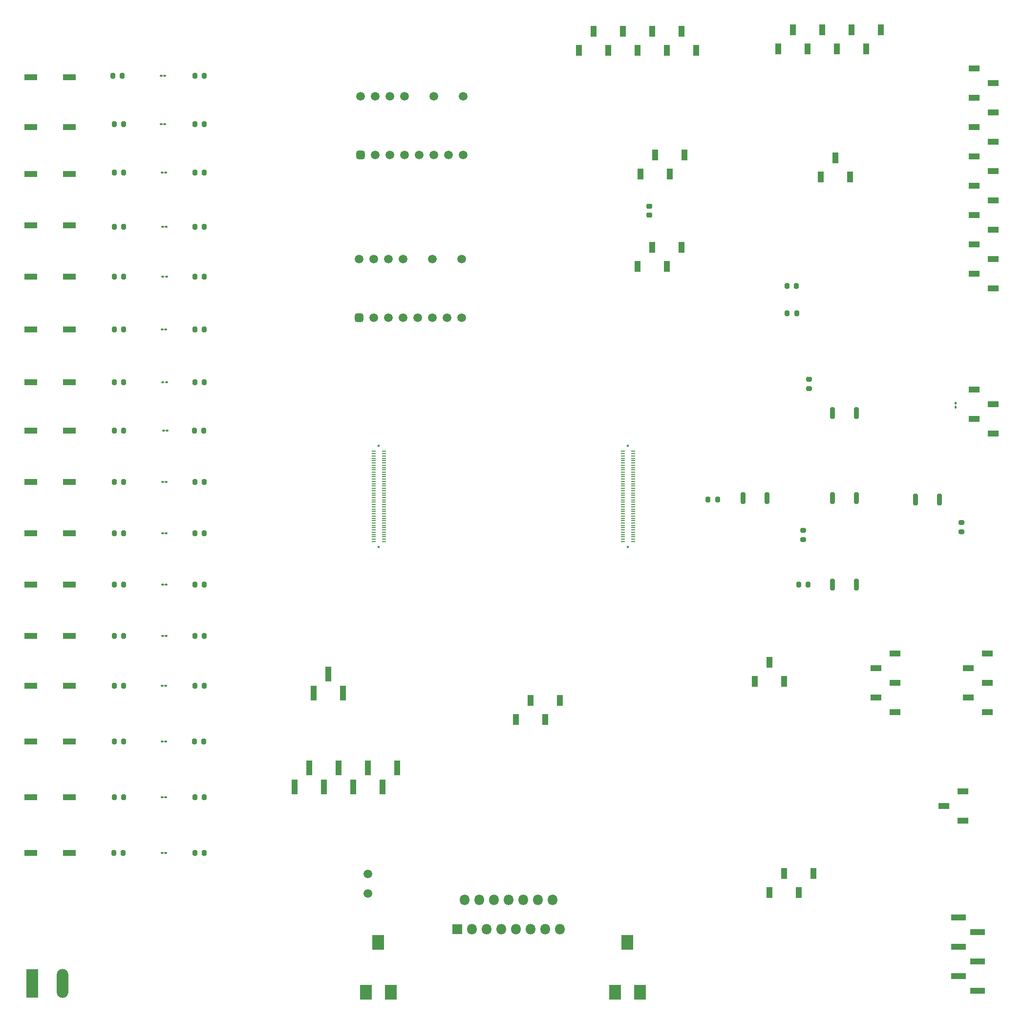
<source format=gbr>
%TF.GenerationSoftware,KiCad,Pcbnew,8.0.2*%
%TF.CreationDate,2025-02-12T15:49:00+05:00*%
%TF.ProjectId,kicad_pcb,6b696361-645f-4706-9362-2e6b69636164,rev?*%
%TF.SameCoordinates,Original*%
%TF.FileFunction,Soldermask,Top*%
%TF.FilePolarity,Negative*%
%FSLAX46Y46*%
G04 Gerber Fmt 4.6, Leading zero omitted, Abs format (unit mm)*
G04 Created by KiCad (PCBNEW 8.0.2) date 2025-02-12 15:49:00*
%MOMM*%
%LPD*%
G01*
G04 APERTURE LIST*
G04 Aperture macros list*
%AMRoundRect*
0 Rectangle with rounded corners*
0 $1 Rounding radius*
0 $2 $3 $4 $5 $6 $7 $8 $9 X,Y pos of 4 corners*
0 Add a 4 corners polygon primitive as box body*
4,1,4,$2,$3,$4,$5,$6,$7,$8,$9,$2,$3,0*
0 Add four circle primitives for the rounded corners*
1,1,$1+$1,$2,$3*
1,1,$1+$1,$4,$5*
1,1,$1+$1,$6,$7*
1,1,$1+$1,$8,$9*
0 Add four rect primitives between the rounded corners*
20,1,$1+$1,$2,$3,$4,$5,0*
20,1,$1+$1,$4,$5,$6,$7,0*
20,1,$1+$1,$6,$7,$8,$9,0*
20,1,$1+$1,$8,$9,$2,$3,0*%
G04 Aperture macros list end*
%ADD10RoundRect,0.200000X-0.200000X-0.275000X0.200000X-0.275000X0.200000X0.275000X-0.200000X0.275000X0*%
%ADD11R,1.000000X1.900000*%
%ADD12RoundRect,0.100000X-0.130000X-0.100000X0.130000X-0.100000X0.130000X0.100000X-0.130000X0.100000X0*%
%ADD13R,2.160000X1.120000*%
%ADD14RoundRect,0.200000X-0.200000X-0.800000X0.200000X-0.800000X0.200000X0.800000X-0.200000X0.800000X0*%
%ADD15RoundRect,0.200000X0.200000X0.275000X-0.200000X0.275000X-0.200000X-0.275000X0.200000X-0.275000X0*%
%ADD16C,1.500000*%
%ADD17RoundRect,0.200000X0.275000X-0.200000X0.275000X0.200000X-0.275000X0.200000X-0.275000X-0.200000X0*%
%ADD18R,2.000000X2.500000*%
%ADD19R,1.900000X1.000000*%
%ADD20RoundRect,0.200000X-0.275000X0.200000X-0.275000X-0.200000X0.275000X-0.200000X0.275000X0.200000X0*%
%ADD21RoundRect,0.100000X-0.100000X0.130000X-0.100000X-0.130000X0.100000X-0.130000X0.100000X0.130000X0*%
%ADD22RoundRect,0.375000X0.375000X-0.375000X0.375000X0.375000X-0.375000X0.375000X-0.375000X-0.375000X0*%
%ADD23R,1.800000X1.800000*%
%ADD24O,1.800000X1.800000*%
%ADD25R,0.660000X0.220000*%
%ADD26R,0.440000X0.350000*%
%ADD27R,1.000000X2.510000*%
%ADD28RoundRect,0.225000X-0.250000X0.225000X-0.250000X-0.225000X0.250000X-0.225000X0.250000X0.225000X0*%
%ADD29R,2.020000X5.020000*%
%ADD30O,2.020000X5.020000*%
%ADD31R,2.510000X1.000000*%
G04 APERTURE END LIST*
D10*
%TO.C,R46*%
X93663000Y-124206000D03*
X95313000Y-124206000D03*
%TD*%
%TO.C,R35*%
X93663000Y-43942000D03*
X95313000Y-43942000D03*
%TD*%
D11*
%TO.C,RFID1*%
X194818000Y-22478000D03*
X197358000Y-19178000D03*
X199898000Y-22478000D03*
X202438000Y-19178000D03*
X204978000Y-22478000D03*
X207518000Y-19178000D03*
X210058000Y-22478000D03*
X212598000Y-19178000D03*
%TD*%
%TO.C,PIEZO_VIBRATION_SENSOR1*%
X202184000Y-44704000D03*
X204724000Y-41404000D03*
X207264000Y-44704000D03*
%TD*%
D12*
%TO.C,LED_15*%
X87981000Y-152146000D03*
X88621000Y-152146000D03*
%TD*%
D13*
%TO.C,SW16*%
X65215000Y-161798000D03*
X71945000Y-161798000D03*
%TD*%
D14*
%TO.C,PUSH_BTN_5*%
X204148000Y-100330000D03*
X208348000Y-100330000D03*
%TD*%
D10*
%TO.C,R12*%
X196342000Y-68326000D03*
X197992000Y-68326000D03*
%TD*%
D12*
%TO.C,LED_5*%
X88138000Y-61976000D03*
X88778000Y-61976000D03*
%TD*%
D13*
%TO.C,SW13*%
X65215000Y-132842000D03*
X71945000Y-132842000D03*
%TD*%
D15*
%TO.C,R18*%
X81343000Y-80264000D03*
X79693000Y-80264000D03*
%TD*%
%TO.C,R26*%
X81343000Y-152146000D03*
X79693000Y-152146000D03*
%TD*%
D11*
%TO.C,ESP8266_BOT1*%
X178562000Y-40894000D03*
X176022000Y-44194000D03*
X173482000Y-40894000D03*
X170942000Y-44194000D03*
%TD*%
D16*
%TO.C,R36*%
X123698000Y-165432000D03*
X123698000Y-168832000D03*
%TD*%
D11*
%TO.C,LORA_USED_PINS1*%
X160274000Y-22732000D03*
X162814000Y-19432000D03*
X165354000Y-22732000D03*
X167894000Y-19432000D03*
X170434000Y-22732000D03*
X172974000Y-19432000D03*
X175514000Y-22732000D03*
X178054000Y-19432000D03*
X180594000Y-22732000D03*
%TD*%
D15*
%TO.C,R16*%
X81343000Y-61976000D03*
X79693000Y-61976000D03*
%TD*%
%TO.C,R17*%
X81343000Y-71120000D03*
X79693000Y-71120000D03*
%TD*%
D13*
%TO.C,SW6*%
X65215000Y-71120000D03*
X71945000Y-71120000D03*
%TD*%
D17*
%TO.C,R30*%
X200152000Y-81343000D03*
X200152000Y-79693000D03*
%TD*%
D14*
%TO.C,PUSH_BTN_3*%
X204148000Y-85598000D03*
X208348000Y-85598000D03*
%TD*%
D12*
%TO.C,LED_12*%
X88072000Y-124206000D03*
X88712000Y-124206000D03*
%TD*%
D11*
%TO.C,PIR_MOTION_SENSOR1*%
X190754000Y-132080000D03*
X193294000Y-128780000D03*
X195834000Y-132080000D03*
%TD*%
D14*
%TO.C,PUSH_BTN_4*%
X204148000Y-115316000D03*
X208348000Y-115316000D03*
%TD*%
D18*
%TO.C,POT2*%
X170806000Y-185935000D03*
X168656000Y-177285000D03*
X166506000Y-185935000D03*
%TD*%
D12*
%TO.C,LED_9*%
X88072000Y-97536000D03*
X88712000Y-97536000D03*
%TD*%
D14*
%TO.C,PUSH_BTN_2*%
X218558000Y-100584000D03*
X222758000Y-100584000D03*
%TD*%
D19*
%TO.C,COLOR_SENSOR_DATA1*%
X215010000Y-137414000D03*
X211710000Y-134874000D03*
X215010000Y-132334000D03*
X211710000Y-129794000D03*
X215010000Y-127254000D03*
%TD*%
D13*
%TO.C,SW2*%
X65215000Y-36068000D03*
X71945000Y-36068000D03*
%TD*%
D15*
%TO.C,R22*%
X81343000Y-115316000D03*
X79693000Y-115316000D03*
%TD*%
D10*
%TO.C,R39*%
X93663000Y-61976000D03*
X95313000Y-61976000D03*
%TD*%
D20*
%TO.C,R32*%
X199136000Y-105855000D03*
X199136000Y-107505000D03*
%TD*%
D10*
%TO.C,R33*%
X93663000Y-27178000D03*
X95313000Y-27178000D03*
%TD*%
D21*
%TO.C,R37*%
X225552000Y-83917000D03*
X225552000Y-84557000D03*
%TD*%
D19*
%TO.C,BUZZER1*%
X226822000Y-156210000D03*
X223522000Y-153670000D03*
X226822000Y-151130000D03*
%TD*%
D10*
%TO.C,R50*%
X93663000Y-161798000D03*
X95313000Y-161798000D03*
%TD*%
D22*
%TO.C,7_SEG1*%
X122428000Y-40861500D03*
D16*
X124968000Y-40861500D03*
X127508000Y-40861500D03*
X130048000Y-40861500D03*
X132588000Y-40861500D03*
X135128000Y-40861500D03*
X137668000Y-40861500D03*
X140208000Y-40861500D03*
X140208000Y-30701500D03*
X135128000Y-30701500D03*
X130048000Y-30701500D03*
X127508000Y-30701500D03*
X124968000Y-30701500D03*
X122428000Y-30701500D03*
%TD*%
D10*
%TO.C,R14*%
X196299000Y-63605000D03*
X197949000Y-63605000D03*
%TD*%
D23*
%TO.C,U1*%
X139187000Y-175023000D03*
D24*
X140457000Y-169943000D03*
X141727000Y-175023000D03*
X142997000Y-169943000D03*
X144267000Y-175023000D03*
X145537000Y-169943000D03*
X146807000Y-175023000D03*
X148077000Y-169943000D03*
X149347000Y-175023000D03*
X150617000Y-169943000D03*
X151887000Y-175023000D03*
X153157000Y-169943000D03*
X154427000Y-175023000D03*
X155697000Y-169943000D03*
X156967000Y-175023000D03*
%TD*%
D25*
%TO.C,X_conns1*%
X124714000Y-92222000D03*
X126424000Y-92222000D03*
X124714000Y-92622000D03*
X126424000Y-92622000D03*
X124714000Y-93022000D03*
X126424000Y-93022000D03*
X124714000Y-93422000D03*
X126424000Y-93422000D03*
X124714000Y-93822000D03*
X126424000Y-93822000D03*
X124714000Y-94222000D03*
X126424000Y-94222000D03*
X124714000Y-94622000D03*
X126424000Y-94622000D03*
X124714000Y-95022000D03*
X126424000Y-95022000D03*
X124714000Y-95422000D03*
X126424000Y-95422000D03*
X124714000Y-95822000D03*
X126424000Y-95822000D03*
X124714000Y-96222000D03*
X126424000Y-96222000D03*
X124714000Y-96622000D03*
X126424000Y-96622000D03*
X124714000Y-97022000D03*
X126424000Y-97022000D03*
X124714000Y-97422000D03*
X126424000Y-97422000D03*
X124714000Y-97822000D03*
X126424000Y-97822000D03*
X124714000Y-98222000D03*
X126424000Y-98222000D03*
X124714000Y-98622000D03*
X126424000Y-98622000D03*
X124714000Y-99022000D03*
X126424000Y-99022000D03*
X124714000Y-99422000D03*
X126424000Y-99422000D03*
X124714000Y-99822000D03*
X126424000Y-99822000D03*
X124714000Y-100222000D03*
X126424000Y-100222000D03*
X124714000Y-100622000D03*
X126424000Y-100622000D03*
X124714000Y-101022000D03*
X126424000Y-101022000D03*
X124714000Y-101422000D03*
X126424000Y-101422000D03*
X124714000Y-101822000D03*
X126424000Y-101822000D03*
X124714000Y-102222000D03*
X126424000Y-102222000D03*
X124714000Y-102622000D03*
X126424000Y-102622000D03*
X124714000Y-103022000D03*
X126424000Y-103022000D03*
X124714000Y-103422000D03*
X126424000Y-103422000D03*
X124714000Y-103822000D03*
X126424000Y-103822000D03*
X124714000Y-104222000D03*
X126424000Y-104222000D03*
X124714000Y-104622000D03*
X126424000Y-104622000D03*
X124714000Y-105022000D03*
X126424000Y-105022000D03*
X124714000Y-105422000D03*
X126424000Y-105422000D03*
X124714000Y-105822000D03*
X126424000Y-105822000D03*
X124714000Y-106222000D03*
X126424000Y-106222000D03*
X124714000Y-106622000D03*
X126424000Y-106622000D03*
X124714000Y-107022000D03*
X126424000Y-107022000D03*
X124714000Y-107422000D03*
X126424000Y-107422000D03*
X124714000Y-107822000D03*
X126424000Y-107822000D03*
D26*
X125569000Y-91272000D03*
X125569000Y-108772000D03*
%TD*%
D15*
%TO.C,R31*%
X199961000Y-115316000D03*
X198311000Y-115316000D03*
%TD*%
D27*
%TO.C,MOISTURE_SENSOR1*%
X114300000Y-134120000D03*
X116840000Y-130810000D03*
X119380000Y-134120000D03*
%TD*%
D13*
%TO.C,SW5*%
X65215000Y-61976000D03*
X71945000Y-61976000D03*
%TD*%
D14*
%TO.C,PUSH_BTN_1*%
X188654000Y-100330000D03*
X192854000Y-100330000D03*
%TD*%
D10*
%TO.C,R38*%
X93663000Y-53340000D03*
X95313000Y-53340000D03*
%TD*%
D15*
%TO.C,R24*%
X81343000Y-132842000D03*
X79693000Y-132842000D03*
%TD*%
%TO.C,R21*%
X81343000Y-106426000D03*
X79693000Y-106426000D03*
%TD*%
D13*
%TO.C,SW15*%
X65215000Y-152146000D03*
X71945000Y-152146000D03*
%TD*%
D15*
%TO.C,R27*%
X81280000Y-161798000D03*
X79630000Y-161798000D03*
%TD*%
D28*
%TO.C,C5*%
X172466000Y-49771000D03*
X172466000Y-51321000D03*
%TD*%
D15*
%TO.C,R20*%
X81343000Y-97536000D03*
X79693000Y-97536000D03*
%TD*%
%TO.C,R28*%
X184276000Y-100584000D03*
X182626000Y-100584000D03*
%TD*%
D13*
%TO.C,SW11*%
X65215000Y-115316000D03*
X71945000Y-115316000D03*
%TD*%
D12*
%TO.C,LED_6*%
X88006000Y-71120000D03*
X88646000Y-71120000D03*
%TD*%
D13*
%TO.C,SW4*%
X65215000Y-53086000D03*
X71945000Y-53086000D03*
%TD*%
D19*
%TO.C,DHT22*%
X228728000Y-81534000D03*
X232028000Y-84074000D03*
X228728000Y-86614000D03*
X232028000Y-89154000D03*
%TD*%
D29*
%TO.C,J10*%
X65538000Y-184404000D03*
D30*
X70718000Y-184404000D03*
%TD*%
D10*
%TO.C,R42*%
X93600000Y-88646000D03*
X95250000Y-88646000D03*
%TD*%
D20*
%TO.C,R29*%
X226568000Y-104522000D03*
X226568000Y-106172000D03*
%TD*%
D12*
%TO.C,LED_3*%
X88006000Y-43942000D03*
X88646000Y-43942000D03*
%TD*%
D13*
%TO.C,SW3*%
X65215000Y-44196000D03*
X71945000Y-44196000D03*
%TD*%
D15*
%TO.C,R25*%
X81343000Y-142494000D03*
X79693000Y-142494000D03*
%TD*%
D10*
%TO.C,R44*%
X93663000Y-106426000D03*
X95313000Y-106426000D03*
%TD*%
D12*
%TO.C,LED_1*%
X87818000Y-27178000D03*
X88458000Y-27178000D03*
%TD*%
D13*
%TO.C,SW9*%
X65215000Y-97536000D03*
X71945000Y-97536000D03*
%TD*%
%TO.C,SW10*%
X65215000Y-106426000D03*
X71945000Y-106426000D03*
%TD*%
D12*
%TO.C,LED_13*%
X87981000Y-132842000D03*
X88621000Y-132842000D03*
%TD*%
D15*
%TO.C,R15*%
X81343000Y-53340000D03*
X79693000Y-53340000D03*
%TD*%
D11*
%TO.C,MIC_MODULE1*%
X149352000Y-138684000D03*
X151892000Y-135384000D03*
X154432000Y-138684000D03*
X156972000Y-135384000D03*
%TD*%
%TO.C,ESP8266_TOP1*%
X178054000Y-56896000D03*
X175514000Y-60196000D03*
X172974000Y-56896000D03*
X170434000Y-60196000D03*
%TD*%
D15*
%TO.C,R3*%
X81343000Y-35560000D03*
X79693000Y-35560000D03*
%TD*%
%TO.C,R19*%
X81343000Y-88646000D03*
X79693000Y-88646000D03*
%TD*%
D10*
%TO.C,R40*%
X93663000Y-71120000D03*
X95313000Y-71120000D03*
%TD*%
D11*
%TO.C,OLED1*%
X193294000Y-168656000D03*
X195834000Y-165356000D03*
X198374000Y-168656000D03*
X200914000Y-165356000D03*
%TD*%
D10*
%TO.C,R43*%
X93663000Y-97536000D03*
X95313000Y-97536000D03*
%TD*%
D12*
%TO.C,LED_16*%
X87981000Y-161798000D03*
X88621000Y-161798000D03*
%TD*%
D10*
%TO.C,R49*%
X93663000Y-152146000D03*
X95313000Y-152146000D03*
%TD*%
%TO.C,R41*%
X93663000Y-80264000D03*
X95313000Y-80264000D03*
%TD*%
D18*
%TO.C,POT1*%
X127626000Y-185935000D03*
X125476000Y-177285000D03*
X123326000Y-185935000D03*
%TD*%
D15*
%TO.C,R1*%
X81089000Y-27178000D03*
X79439000Y-27178000D03*
%TD*%
%TO.C,R13*%
X81343000Y-43942000D03*
X79693000Y-43942000D03*
%TD*%
D10*
%TO.C,R47*%
X93663000Y-132842000D03*
X95313000Y-132842000D03*
%TD*%
D19*
%TO.C,COLOR_SENSOR_PWR1*%
X231012000Y-137414000D03*
X227712000Y-134874000D03*
X231012000Y-132334000D03*
X227712000Y-129794000D03*
X231012000Y-127254000D03*
%TD*%
D15*
%TO.C,R23*%
X81343000Y-124206000D03*
X79693000Y-124206000D03*
%TD*%
D31*
%TO.C,HC05_BLE1*%
X226052000Y-172974000D03*
X229362000Y-175514000D03*
X226052000Y-178054000D03*
X229362000Y-180594000D03*
X226052000Y-183134000D03*
X229362000Y-185674000D03*
%TD*%
D22*
%TO.C,7_SEG2*%
X122174000Y-69088000D03*
D16*
X124714000Y-69088000D03*
X127254000Y-69088000D03*
X129794000Y-69088000D03*
X132334000Y-69088000D03*
X134874000Y-69088000D03*
X137414000Y-69088000D03*
X139954000Y-69088000D03*
X139954000Y-58928000D03*
X134874000Y-58928000D03*
X129794000Y-58928000D03*
X127254000Y-58928000D03*
X124714000Y-58928000D03*
X122174000Y-58928000D03*
%TD*%
D13*
%TO.C,SW8*%
X65215000Y-88646000D03*
X71945000Y-88646000D03*
%TD*%
D27*
%TO.C,KEYPAD1*%
X110998000Y-150376000D03*
X113538000Y-147066000D03*
X116078000Y-150376000D03*
X118618000Y-147066000D03*
X121158000Y-150376000D03*
X123698000Y-147066000D03*
X126238000Y-150376000D03*
X128778000Y-147066000D03*
%TD*%
D12*
%TO.C,LED_11*%
X88072000Y-115316000D03*
X88712000Y-115316000D03*
%TD*%
D10*
%TO.C,R34*%
X93663000Y-35560000D03*
X95313000Y-35560000D03*
%TD*%
D12*
%TO.C,LED_2*%
X87818000Y-35560000D03*
X88458000Y-35560000D03*
%TD*%
%TO.C,LED_7*%
X88144000Y-80264000D03*
X88784000Y-80264000D03*
%TD*%
%TO.C,LED_10*%
X88072000Y-106426000D03*
X88712000Y-106426000D03*
%TD*%
D25*
%TO.C,Y_conns1*%
X169604000Y-107822000D03*
X167894000Y-107822000D03*
X169604000Y-107422000D03*
X167894000Y-107422000D03*
X169604000Y-107022000D03*
X167894000Y-107022000D03*
X169604000Y-106622000D03*
X167894000Y-106622000D03*
X169604000Y-106222000D03*
X167894000Y-106222000D03*
X169604000Y-105822000D03*
X167894000Y-105822000D03*
X169604000Y-105422000D03*
X167894000Y-105422000D03*
X169604000Y-105022000D03*
X167894000Y-105022000D03*
X169604000Y-104622000D03*
X167894000Y-104622000D03*
X169604000Y-104222000D03*
X167894000Y-104222000D03*
X169604000Y-103822000D03*
X167894000Y-103822000D03*
X169604000Y-103422000D03*
X167894000Y-103422000D03*
X169604000Y-103022000D03*
X167894000Y-103022000D03*
X169604000Y-102622000D03*
X167894000Y-102622000D03*
X169604000Y-102222000D03*
X167894000Y-102222000D03*
X169604000Y-101822000D03*
X167894000Y-101822000D03*
X169604000Y-101422000D03*
X167894000Y-101422000D03*
X169604000Y-101022000D03*
X167894000Y-101022000D03*
X169604000Y-100622000D03*
X167894000Y-100622000D03*
X169604000Y-100222000D03*
X167894000Y-100222000D03*
X169604000Y-99822000D03*
X167894000Y-99822000D03*
X169604000Y-99422000D03*
X167894000Y-99422000D03*
X169604000Y-99022000D03*
X167894000Y-99022000D03*
X169604000Y-98622000D03*
X167894000Y-98622000D03*
X169604000Y-98222000D03*
X167894000Y-98222000D03*
X169604000Y-97822000D03*
X167894000Y-97822000D03*
X169604000Y-97422000D03*
X167894000Y-97422000D03*
X169604000Y-97022000D03*
X167894000Y-97022000D03*
X169604000Y-96622000D03*
X167894000Y-96622000D03*
X169604000Y-96222000D03*
X167894000Y-96222000D03*
X169604000Y-95822000D03*
X167894000Y-95822000D03*
X169604000Y-95422000D03*
X167894000Y-95422000D03*
X169604000Y-95022000D03*
X167894000Y-95022000D03*
X169604000Y-94622000D03*
X167894000Y-94622000D03*
X169604000Y-94222000D03*
X167894000Y-94222000D03*
X169604000Y-93822000D03*
X167894000Y-93822000D03*
X169604000Y-93422000D03*
X167894000Y-93422000D03*
X169604000Y-93022000D03*
X167894000Y-93022000D03*
X169604000Y-92622000D03*
X167894000Y-92622000D03*
X169604000Y-92222000D03*
X167894000Y-92222000D03*
D26*
X168749000Y-108772000D03*
X168749000Y-91272000D03*
%TD*%
D13*
%TO.C,SW12*%
X65215000Y-124206000D03*
X71945000Y-124206000D03*
%TD*%
%TO.C,SW1*%
X65215000Y-27432000D03*
X71945000Y-27432000D03*
%TD*%
%TO.C,SW7*%
X65215000Y-80264000D03*
X71945000Y-80264000D03*
%TD*%
D12*
%TO.C,LED_4*%
X88072000Y-53340000D03*
X88712000Y-53340000D03*
%TD*%
D10*
%TO.C,R45*%
X93663000Y-115316000D03*
X95313000Y-115316000D03*
%TD*%
D12*
%TO.C,LED_8*%
X88235000Y-88646000D03*
X88875000Y-88646000D03*
%TD*%
D10*
%TO.C,R48*%
X93600000Y-142494000D03*
X95250000Y-142494000D03*
%TD*%
D12*
%TO.C,LED_14*%
X88006000Y-142494000D03*
X88646000Y-142494000D03*
%TD*%
D19*
%TO.C,GPIOs1*%
X228728000Y-25908000D03*
X232028000Y-28448000D03*
X228728000Y-30988000D03*
X232028000Y-33528000D03*
X228728000Y-36068000D03*
X232028000Y-38608000D03*
X228728000Y-41148000D03*
X232028000Y-43688000D03*
X228728000Y-46228000D03*
X232028000Y-48768000D03*
X228728000Y-51308000D03*
X232028000Y-53848000D03*
X228728000Y-56388000D03*
X232028000Y-58928000D03*
X228728000Y-61468000D03*
X232028000Y-64008000D03*
%TD*%
D13*
%TO.C,SW14*%
X65215000Y-142494000D03*
X71945000Y-142494000D03*
%TD*%
M02*

</source>
